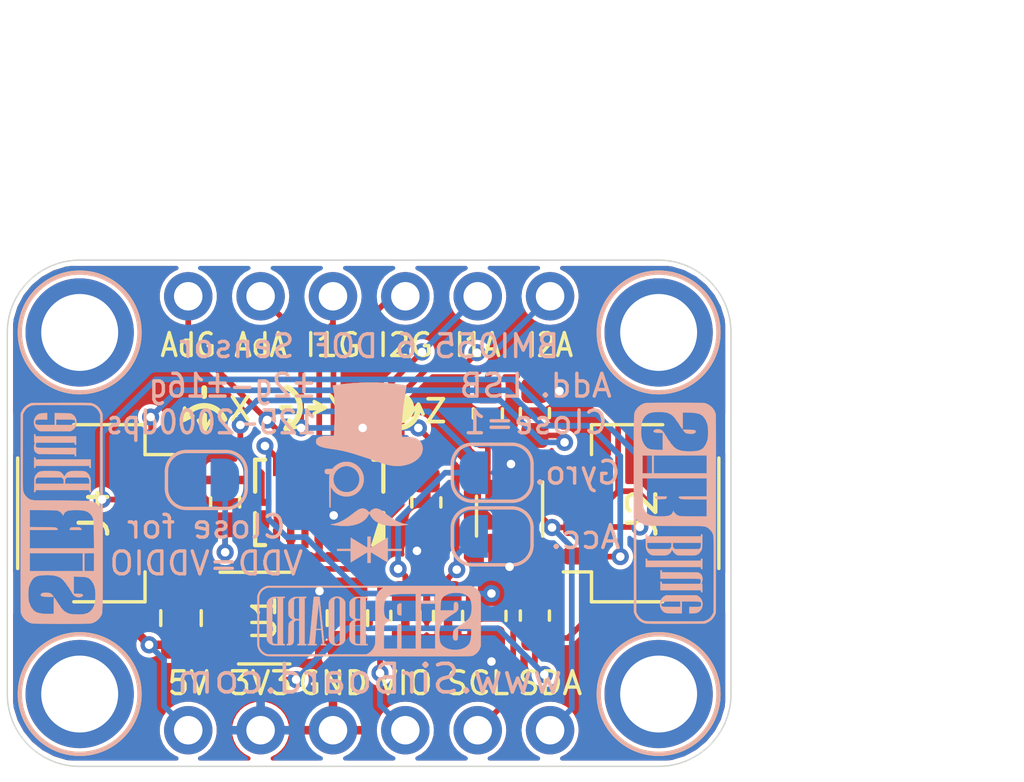
<source format=kicad_pcb>
(kicad_pcb (version 20171130) (host pcbnew "(5.1.2)-2")
  (title_block (title "BMI055 Breakout with 5V Level Shift - Optimised For I2C") (date 2020-03-08) (rev 1) (company SirBoard) (comment 1 "Gyroscope = ±125°/s, ±250°/s, ±500°/s, ±1000°/s, ±2000°/s") (comment 2 "Accelerometer = ±4g/ ±8g/ ±12g/ ±16g") (comment 3 "Digital 16 Bit Gyroscope And 12 Bit Accelerometer Optimised For I2C") (comment 4 "BMI055 - SirBlue"))
  (layers (0 F.Cu signal) (31 B.Cu signal) (34 B.Paste user hide) (35 F.Paste user hide) (36 B.SilkS user) (37 F.SilkS user) (38 B.Mask user hide) (39 F.Mask user hide) (44 Edge.Cuts user))
  (net 0 "")
  (net 1 GND)
  (net 2 5V)
  (net 3 3V3)
  (net 4 "Net-(U1-Pad4)")
  (net 5 SCL_5V)
  (net 6 SDA_3V3)
  (net 7 SDA_5V)
  (net 8 SCL_3V3)
  (net 9 VDDIO)
  (net 10 I2A)
  (net 11 I1A)
  (net 12 I2G)
  (net 13 I1G)
  (net 14 A_LSB_A)
  (net 15 A_LSB_G)
  (net 16 "Net-(U2-Pad2)")
  (net 17 CSBG)
  (net 18 CSBA)
  (module Connector_JST:JST_SH_SM04B-SRSS-TB_1x04-1MP_P1.00mm_Horizontal (layer F.Cu) (at 74.8665 35.9664 90)
    (fp_text reference J2 (at 0 0 90) (layer F.SilkS))
    (fp_text value Conn_01x04)
    (pad MP smd roundrect (at 2.8 1.875 90) (size 1.2 1.8) (layers F.Cu F.Paste F.Mask) (roundrect_rratio 0.208333))
    (pad MP smd roundrect (at -2.8 1.875 90) (size 1.2 1.8) (layers F.Cu F.Paste F.Mask) (roundrect_rratio 0.208333))
    (pad 4 smd roundrect (at 1.5 -2 90) (size 0.6 1.55) (layers F.Cu F.Paste F.Mask) (net 1 GND))
    (pad 3 smd roundrect (at 0.5 -2 90) (size 0.6 1.55) (layers F.Cu F.Paste F.Mask) (net 2 5V))
    (pad 2 smd roundrect (at -0.5 -2 90) (size 0.6 1.55) (layers F.Cu F.Paste F.Mask) (net 7 SDA_5V))
    (pad 1 smd roundrect (at -1.5 -2 90) (size 0.6 1.55) (layers F.Cu F.Paste F.Mask) (net 5 SCL_5V))
  )
  (module SirBoardLibrary:BMI055 (layer F.Cu) (at 63.5254 35.5854 270)
    (fp_text reference U2 hide)
    (fp_text value BMI055 hide)
    (pad 16 smd rect (at 0 -2.0125 270) (size 0.25 0.675) (layers F.Cu F.Paste F.Mask) (net 11 I1A))
    (pad 15 smd rect (at -1.2625 -1.5) (size 0.25 0.675) (layers F.Cu F.Paste F.Mask) (net 14 A_LSB_A))
    (pad 14 smd rect (at -1.2625 -1) (size 0.25 0.675) (layers F.Cu F.Paste F.Mask) (net 18 CSBA))
    (pad 13 smd rect (at -1.2625 -0.5) (size 0.25 0.675) (layers F.Cu F.Paste F.Mask) (net 12 I2G))
    (pad 12 smd rect (at -1.2625 0) (size 0.25 0.675) (layers F.Cu F.Paste F.Mask) (net 13 I1G))
    (pad 11 smd rect (at -1.2625 0.5) (size 0.25 0.675) (layers F.Cu F.Paste F.Mask) (net 9 VDDIO))
    (pad 10 smd rect (at -1.2625 1) (size 0.25 0.675) (layers F.Cu F.Paste F.Mask) (net 15 A_LSB_G))
    (pad 9 smd rect (at -1.2625 1.5) (size 0.25 0.675) (layers F.Cu F.Paste F.Mask) (net 6 SDA_3V3))
    (pad 8 smd rect (at 0 2.0125 270) (size 0.25 0.675) (layers F.Cu F.Paste F.Mask) (net 8 SCL_3V3))
    (pad 7 smd rect (at 1.2625 1.5) (size 0.25 0.675) (layers F.Cu F.Paste F.Mask) (net 9 VDDIO))
    (pad 6 smd rect (at 1.2625 1) (size 0.25 0.675) (layers F.Cu F.Paste F.Mask) (net 1 GND))
    (pad 5 smd rect (at 1.2625 0.5) (size 0.25 0.675) (layers F.Cu F.Paste F.Mask) (net 17 CSBG))
    (pad 4 smd rect (at 1.2625 0) (size 0.25 0.675) (layers F.Cu F.Paste F.Mask) (net 1 GND))
    (pad 3 smd rect (at 1.2625 -0.5) (size 0.25 0.675) (layers F.Cu F.Paste F.Mask) (net 3 3V3))
    (pad 2 smd rect (at 1.2625 -1) (size 0.25 0.675) (layers F.Cu F.Paste F.Mask) (net 16 "Net-(U2-Pad2)"))
    (pad 1 smd rect (at 1.2625 -1.5) (size 0.25 0.675) (layers F.Cu F.Paste F.Mask) (net 10 I2A))
  )
  (module Resistor_SMD:R_0603_1608Metric (layer F.Cu) (at 68.0466 39.5732 270)
    (fp_text reference R2 hide)
    (fp_text value 10K)
    (pad 2 smd roundrect (at 0.7875 0 270) (size 0.875 0.95) (layers F.Cu F.Paste F.Mask) (net 1 GND))
    (pad 1 smd roundrect (at -0.7875 0 270) (size 0.875 0.95) (layers F.Cu F.Paste F.Mask) (net 14 A_LSB_A))
  )
  (module Resistor_SMD:R_0603_1608Metric (layer F.Cu) (at 66.548 39.5732 270)
    (fp_text reference R1 hide)
    (fp_text value 10K)
    (pad 2 smd roundrect (at 0.7875 0 270) (size 0.875 0.95) (layers F.Cu F.Paste F.Mask) (net 1 GND))
    (pad 1 smd roundrect (at -0.7875 0 270) (size 0.875 0.95) (layers F.Cu F.Paste F.Mask) (net 15 A_LSB_G))
  )
  (module Jumper:SolderJumper-2_P1.3mm_Open_RoundedPad1.0x1.5mm (layer B.Cu) (at 69.596 34.544 180)
    (fp_text reference JP3 hide)
    (fp_text value SolderJumper_2_Open)
    (pad 2 smd custom (at 0.65 0 180) (size 1 0.5) (layers B.Cu B.Mask) (net 15 A_LSB_G) (options (clearance outline) (anchor rect)) (primitives (gr_circle (center 0 -0.25) (end 0.5 -0.25) (width 0)) (gr_circle (center 0 0.25) (end 0.5 0.25) (width 0)) (gr_poly (pts (xy 0 0.75) (xy -0.5 0.75) (xy -0.5 -0.75) (xy 0 -0.75)) (width 0))))
    (pad 1 smd custom (at -0.65 0 180) (size 1 0.5) (layers B.Cu B.Mask) (net 3 3V3) (options (clearance outline) (anchor rect)) (primitives (gr_circle (center 0 -0.25) (end 0.5 -0.25) (width 0)) (gr_circle (center 0 0.25) (end 0.5 0.25) (width 0)) (gr_poly (pts (xy 0 0.75) (xy 0.5 0.75) (xy 0.5 -0.75) (xy 0 -0.75)) (width 0))))
  )
  (module Jumper:SolderJumper-2_P1.3mm_Open_RoundedPad1.0x1.5mm (layer B.Cu) (at 69.596 36.7792 180)
    (fp_text reference JP2 hide)
    (fp_text value SolderJumper_2_Open)
    (pad 1 smd custom (at -0.65 0 180) (size 1 0.5) (layers B.Cu B.Mask) (net 3 3V3) (options (clearance outline) (anchor rect)) (primitives (gr_circle (center 0 -0.25) (end 0.5 -0.25) (width 0)) (gr_circle (center 0 0.25) (end 0.5 0.25) (width 0)) (gr_poly (pts (xy 0 0.75) (xy 0.5 0.75) (xy 0.5 -0.75) (xy 0 -0.75)) (width 0))))
    (pad 2 smd custom (at 0.65 0 180) (size 1 0.5) (layers B.Cu B.Mask) (net 14 A_LSB_A) (options (clearance outline) (anchor rect)) (primitives (gr_circle (center 0 -0.25) (end 0.5 -0.25) (width 0)) (gr_circle (center 0 0.25) (end 0.5 0.25) (width 0)) (gr_poly (pts (xy 0 0.75) (xy -0.5 0.75) (xy -0.5 -0.75) (xy 0 -0.75)) (width 0))))
  )
  (module Capacitor_SMD:C_0603_1608Metric (layer F.Cu) (at 60.2234 35.5854 90)
    (fp_text reference C5 hide)
    (fp_text value 100nF)
    (pad 2 smd roundrect (at 0.7875 0 90) (size 0.875 0.95) (layers F.Cu F.Paste F.Mask) (net 1 GND))
    (pad 1 smd roundrect (at -0.7875 0 90) (size 0.875 0.95) (layers F.Cu F.Paste F.Mask) (net 9 VDDIO))
  )
  (module Capacitor_SMD:C_0603_1608Metric (layer F.Cu) (at 67.2846 35.5854 90)
    (fp_text reference C3 hide)
    (fp_text value 1uF)
    (pad 2 smd roundrect (at 0.7875 0 90) (size 0.875 0.95) (layers F.Cu F.Paste F.Mask) (net 1 GND))
    (pad 1 smd roundrect (at -0.7875 0 90) (size 0.875 0.95) (layers F.Cu F.Paste F.Mask) (net 3 3V3))
  )
  (module Jumper:SolderJumper-2_P1.3mm_Open_RoundedPad1.0x1.5mm (layer B.Cu) (at 59.563 34.798)
    (fp_text reference JP1 hide)
    (fp_text value SolderJumper_2_Open)
    (pad 2 smd custom (at 0.65 0) (size 1 0.5) (layers B.Cu B.Mask) (net 9 VDDIO) (options (clearance outline) (anchor rect)) (primitives (gr_circle (center 0 -0.25) (end 0.5 -0.25) (width 0)) (gr_circle (center 0 0.25) (end 0.5 0.25) (width 0)) (gr_poly (pts (xy 0 0.75) (xy -0.5 0.75) (xy -0.5 -0.75) (xy 0 -0.75)) (width 0))))
    (pad 1 smd custom (at -0.65 0) (size 1 0.5) (layers B.Cu B.Mask) (net 3 3V3) (options (clearance outline) (anchor rect)) (primitives (gr_circle (center 0 -0.25) (end 0.5 -0.25) (width 0)) (gr_circle (center 0 0.25) (end 0.5 0.25) (width 0)) (gr_poly (pts (xy 0 0.75) (xy 0.5 0.75) (xy 0.5 -0.75) (xy 0 -0.75)) (width 0))))
  )
  (module logo:SirBoard79x25 (layer B.Cu) (at 65.278 39.751 180)
    (fp_text reference G*** hide)
    (fp_text value LOGO hide)
  )
  (module logo:logo63x89 (layer B.Cu) (at 65.278 34.544 180)
    (fp_text reference G*** hide)
    (fp_text value LOGO hide)
  )
  (module logo:SirBlue78x29 (layer B.Cu) (at 76.0095 35.9664 270)
    (fp_text reference G*** hide)
    (fp_text value LOGO hide)
  )
  (module logo:SirBlue78x29 (layer B.Cu) (at 54.483 35.9664 90)
    (fp_text reference G*** hide)
    (fp_text value LOGO hide)
  )
  (module Connector_PinHeader_2.54mm:PinHeader_1x06_P2.54mm_Vertical (layer B.Cu) (at 58.928 28.3464 270)
    (fp_text reference J3 hide)
    (fp_text value Conn_01x06)
    (pad 6 thru_hole oval (at 0 -12.7 270) (size 1.7 1.7) (drill 1) (layers *.Cu *.Mask) (net 10 I2A))
    (pad 5 thru_hole oval (at 0 -10.16 270) (size 1.7 1.7) (drill 1) (layers *.Cu *.Mask) (net 11 I1A))
    (pad 4 thru_hole oval (at 0 -7.62 270) (size 1.7 1.7) (drill 1) (layers *.Cu *.Mask) (net 12 I2G))
    (pad 3 thru_hole oval (at 0 -5.08 270) (size 1.7 1.7) (drill 1) (layers *.Cu *.Mask) (net 13 I1G))
    (pad 2 thru_hole oval (at 0 -2.54 270) (size 1.7 1.7) (drill 1) (layers *.Cu *.Mask) (net 14 A_LSB_A))
    (pad 1 thru_hole circle (at 0 0 270) (size 1.7 1.7) (drill 1) (layers *.Cu *.Mask) (net 15 A_LSB_G))
  )
  (module Connector_PinHeader_2.54mm:PinHeader_1x06_P2.54mm_Vertical (layer B.Cu) (at 58.928 43.5864 270)
    (fp_text reference J1 hide)
    (fp_text value Conn_01x06)
    (pad 6 thru_hole oval (at 0 -12.7 270) (size 1.7 1.7) (drill 1) (layers *.Cu *.Mask) (net 7 SDA_5V))
    (pad 5 thru_hole oval (at 0 -10.16 270) (size 1.7 1.7) (drill 1) (layers *.Cu *.Mask) (net 5 SCL_5V))
    (pad 4 thru_hole oval (at 0 -7.62 270) (size 1.7 1.7) (drill 1) (layers *.Cu *.Mask) (net 9 VDDIO))
    (pad 3 thru_hole oval (at 0 -5.08 270) (size 1.7 1.7) (drill 1) (layers *.Cu *.Mask) (net 1 GND))
    (pad 2 thru_hole oval (at 0 -2.54 270) (size 1.7 1.7) (drill 1) (layers *.Cu *.Mask) (net 3 3V3))
    (pad 1 thru_hole circle (at 0 0 270) (size 1.7 1.7) (drill 1) (layers *.Cu *.Mask) (net 2 5V))
  )
  (module Package_TO_SOT_SMD:SOT-23-5 (layer F.Cu) (at 61.595 39.6494)
    (fp_text reference U1 (at 0 0 90) (layer F.SilkS) (effects (font (size 0.8 0.8) (thickness 0.12))))
    (fp_text value AP2127K-3.3)
    (pad 5 smd rect (at 1.1 -0.95) (size 1.06 0.65) (layers F.Cu F.Paste F.Mask) (net 3 3V3))
    (pad 4 smd rect (at 1.1 0.95) (size 1.06 0.65) (layers F.Cu F.Paste F.Mask) (net 4 "Net-(U1-Pad4)"))
    (pad 3 smd rect (at -1.1 0.95) (size 1.06 0.65) (layers F.Cu F.Paste F.Mask) (net 2 5V))
    (pad 2 smd rect (at -1.1 0) (size 1.06 0.65) (layers F.Cu F.Paste F.Mask) (net 1 GND))
    (pad 1 smd rect (at -1.1 -0.95) (size 1.06 0.65) (layers F.Cu F.Paste F.Mask) (net 2 5V))
  )
  (module Connector_JST:JST_SH_SM04B-SRSS-TB_1x04-1MP_P1.00mm_Horizontal (layer F.Cu) (at 55.626 35.9664 270)
    (fp_text reference J4 (at 0 0 270) (layer F.SilkS))
    (fp_text value Conn_01x04)
    (pad MP smd roundrect (at 2.8 1.875 270) (size 1.2 1.8) (layers F.Cu F.Paste F.Mask) (roundrect_rratio 0.208333))
    (pad MP smd roundrect (at -2.8 1.875 270) (size 1.2 1.8) (layers F.Cu F.Paste F.Mask) (roundrect_rratio 0.208333))
    (pad 4 smd roundrect (at 1.5 -2 270) (size 0.6 1.55) (layers F.Cu F.Paste F.Mask) (net 1 GND))
    (pad 3 smd roundrect (at 0.5 -2 270) (size 0.6 1.55) (layers F.Cu F.Paste F.Mask) (net 2 5V))
    (pad 2 smd roundrect (at -0.5 -2 270) (size 0.6 1.55) (layers F.Cu F.Paste F.Mask) (net 7 SDA_5V))
    (pad 1 smd roundrect (at -1.5 -2 270) (size 0.6 1.55) (layers F.Cu F.Paste F.Mask) (net 5 SCL_5V))
  )
  (module Capacitor_SMD:C_0805_2012Metric (layer F.Cu) (at 64.516 39.6494 270)
    (fp_text reference C4 hide)
    (fp_text value 10uF)
    (pad 2 smd roundrect (at 0.9375 0 270) (size 0.975 1.4) (layers F.Cu F.Paste F.Mask) (net 1 GND))
    (pad 1 smd roundrect (at -0.9375 0 270) (size 0.975 1.4) (layers F.Cu F.Paste F.Mask) (net 3 3V3))
  )
  (module Capacitor_SMD:C_0805_2012Metric (layer F.Cu) (at 58.674 39.6494 90)
    (fp_text reference C1 hide)
    (fp_text value 10uF)
    (pad 2 smd roundrect (at 0.9375 0 90) (size 0.975 1.4) (layers F.Cu F.Paste F.Mask) (net 1 GND))
    (pad 1 smd roundrect (at -0.9375 0 90) (size 0.975 1.4) (layers F.Cu F.Paste F.Mask) (net 2 5V))
  )
  (module SirBoardLibrary:MountingHole_M2.5_SirBoard (layer F.Cu) (at 55.118 42.3164 270)
    (fp_text reference H1 hide)
    (fp_text value MountingHole)
    (pad 1 thru_hole circle (at 0 0 270) (size 3.8 3.8) (drill 2.7) (layers *.Cu *.Mask))
  )
  (module SirBoardLibrary:MountingHole_M2.5_SirBoard (layer F.Cu) (at 55.118 29.6164 270)
    (fp_text reference H2 hide)
    (fp_text value MountingHole)
    (pad 1 thru_hole circle (at 0 0 270) (size 3.8 3.8) (drill 2.7) (layers *.Cu *.Mask))
  )
  (module SirBoardLibrary:MountingHole_M2.5_SirBoard (layer F.Cu) (at 75.438 42.3164 90)
    (fp_text reference H3 hide)
    (fp_text value MountingHole)
    (pad 1 thru_hole circle (at 0 0 90) (size 3.8 3.8) (drill 2.7) (layers *.Cu *.Mask))
  )
  (module SirBoardLibrary:MountingHole_M2.5_SirBoard (layer F.Cu) (at 75.438 29.6164 90)
    (fp_text reference H4 hide)
    (fp_text value MountingHole)
    (pad 1 thru_hole circle (at 0 0 90) (size 3.8 3.8) (drill 2.7) (layers *.Cu *.Mask))
  )
  (module Resistor_SMD:R_0603_1608Metric (layer F.Cu) (at 69.4436 32.4612 270)
    (fp_text reference R8 hide)
    (fp_text value 10K)
    (pad 2 smd roundrect (at 0.7875 0 270) (size 0.875 0.95) (layers F.Cu F.Paste F.Mask) (net 7 SDA_5V))
    (pad 1 smd roundrect (at -0.7875 0 270) (size 0.875 0.95) (layers F.Cu F.Paste F.Mask) (net 2 5V))
  )
  (module Resistor_SMD:R_0603_1608Metric (layer F.Cu) (at 69.5706 39.5732 270)
    (fp_text reference R7 hide)
    (fp_text value 10K)
    (pad 2 smd roundrect (at 0.7875 0 270) (size 0.875 0.95) (layers F.Cu F.Paste F.Mask) (net 3 3V3))
    (pad 1 smd roundrect (at -0.7875 0 270) (size 0.875 0.95) (layers F.Cu F.Paste F.Mask) (net 6 SDA_3V3))
  )
  (module Resistor_SMD:R_0603_1608Metric (layer F.Cu) (at 71.0946 39.5605 90)
    (fp_text reference R6 hide)
    (fp_text value 10K)
    (pad 2 smd roundrect (at 0.7875 0 90) (size 0.875 0.95) (layers F.Cu F.Paste F.Mask) (net 5 SCL_5V))
    (pad 1 smd roundrect (at -0.7875 0 90) (size 0.875 0.95) (layers F.Cu F.Paste F.Mask) (net 2 5V))
  )
  (module Resistor_SMD:R_0603_1608Metric (layer F.Cu) (at 71.0946 32.4485 90)
    (fp_text reference R5 hide)
    (fp_text value 10K)
    (pad 2 smd roundrect (at 0.7875 0 90) (size 0.875 0.95) (layers F.Cu F.Paste F.Mask) (net 3 3V3))
    (pad 1 smd roundrect (at -0.7875 0 90) (size 0.875 0.95) (layers F.Cu F.Paste F.Mask) (net 8 SCL_3V3))
  )
  (module Package_TO_SOT_SMD:SOT-363_SC-70-6 (layer F.Cu) (at 70.2056 36.068 270)
    (fp_text reference Q2 hide)
    (fp_text value BSS138DW)
    (pad 6 smd rect (at 0.95 -0.65 270) (size 0.65 0.4) (layers F.Cu F.Paste F.Mask) (net 5 SCL_5V))
    (pad 4 smd rect (at 0.95 0.65 270) (size 0.65 0.4) (layers F.Cu F.Paste F.Mask) (net 6 SDA_3V3))
    (pad 2 smd rect (at -0.95 0 270) (size 0.65 0.4) (layers F.Cu F.Paste F.Mask) (net 3 3V3))
    (pad 5 smd rect (at 0.95 0 270) (size 0.65 0.4) (layers F.Cu F.Paste F.Mask) (net 3 3V3))
    (pad 3 smd rect (at -0.95 0.65 270) (size 0.65 0.4) (layers F.Cu F.Paste F.Mask) (net 7 SDA_5V))
    (pad 1 smd rect (at -0.95 -0.65 270) (size 0.65 0.4) (layers F.Cu F.Paste F.Mask) (net 8 SCL_3V3))
  )
  (gr_text Y (at 64.1985 32.2834) (layer F.SilkS) (effects (font (size 0.8 0.8) (thickness 0.13))))
  (gr_text Z (at 67.6148 32.3088 180) (layer F.SilkS) (effects (font (size 0.8 0.8) (thickness 0.13))))
  (gr_text X (at 60.7441 32.3088) (layer F.SilkS) (effects (font (size 0.8 0.8) (thickness 0.13))))
  (gr_line (start 67.0052 32.131) (end 66.7639 32.4358) (layer F.SilkS) (width 0.12))
  (gr_line (start 67.0179 32.1437) (end 67.1703 32.4866) (layer F.SilkS) (width 0.12))
  (gr_line (start 62.4713 32.6898) (end 62.3189 33.0073) (layer F.SilkS) (width 0.12))
  (gr_line (start 62.3316 33.02) (end 62.738 32.9438) (layer F.SilkS) (width 0.12))
  (gr_arc (start 62.0776 32.258) (end 62.3824 32.9692) (angle -132.8389205) (layer F.SilkS) (width 0.2))
  (gr_line (start 62.2173 32.258) (end 62.4967 32.258) (layer F.SilkS) (width 0.2))
  (gr_line (start 63.1698 32.258) (end 63.6524 32.258) (layer F.SilkS) (width 0.2))
  (gr_line (start 63.7413 32.258) (end 63.3476 32.0421) (layer F.SilkS) (width 0.12))
  (gr_line (start 63.7286 32.2707) (end 63.3476 32.4612) (layer F.SilkS) (width 0.12))
  (gr_line (start 59.4741 33.0835) (end 59.2836 32.7025) (layer F.SilkS) (width 0.12))
  (gr_line (start 59.4868 33.0962) (end 59.7027 32.7025) (layer F.SilkS) (width 0.12))
  (gr_circle (center 66.3067 32.2707) (end 66.4567 32.2707) (layer F.SilkS) (width 0.4))
  (gr_arc (start 66.3067 32.2707) (end 66.3321 31.5849) (angle -272.1210964) (layer F.SilkS) (width 0.2))
  (gr_line (start 59.4868 32.5247) (end 59.4868 33.0073) (layer F.SilkS) (width 0.2))
  (gr_line (start 59.4868 31.5722) (end 59.4868 31.8516) (layer F.SilkS) (width 0.2))
  (gr_arc (start 59.4868 32.9692) (end 60.198 32.6644) (angle -132.8389205) (layer F.SilkS) (width 0.2))
  (gr_line (start 58.801 32.2707) (end 58.6867 32.7025) (layer F.SilkS) (width 0.12))
  (gr_line (start 58.7121 32.7279) (end 59.0931 32.5501) (layer F.SilkS) (width 0.12))
  (gr_text Acc. (at 74.168 36.8046) (layer B.SilkS) (effects (font (size 0.8 0.8) (thickness 0.12)) (justify left mirror)))
  (gr_text Gyro. (at 74.168 34.544) (layer B.SilkS) (effects (font (size 0.8 0.8) (thickness 0.12)) (justify left mirror)))
  (gr_text "Add. LSB\nClose=1" (at 71.12 32.131) (layer B.SilkS) (effects (font (size 0.8 0.8) (thickness 0.12)) (justify mirror)))
  (gr_text "±2g-±16g\n125-2000dps" (at 63.5 32.131) (layer B.SilkS) (effects (font (size 0.8 0.7) (thickness 0.12)) (justify left mirror)))
  (gr_text SDA (at 71.628 41.9354) (layer F.SilkS) (effects (font (size 0.8 0.8) (thickness 0.12))))
  (gr_text "BMI055 6 DOF Sensor" (at 65.278 30.099) (layer B.SilkS) (effects (font (size 0.8 0.8) (thickness 0.12)) (justify mirror)))
  (gr_text "Close for\nVDD=VDDIO" (at 59.563 37.084) (layer B.SilkS) (effects (font (size 0.8 0.8) (thickness 0.12)) (justify mirror)))
  (gr_text I2A (at 71.628 30.0609) (layer F.SilkS) (effects (font (size 0.8 0.7) (thickness 0.12))))
  (gr_text I1A (at 69.088 30.0609) (layer F.SilkS) (effects (font (size 0.8 0.7) (thickness 0.12))))
  (gr_text AdG (at 58.928 30.0609) (layer F.SilkS) (effects (font (size 0.8 0.7) (thickness 0.12))))
  (gr_text AdA (at 61.468 30.0609) (layer F.SilkS) (effects (font (size 0.8 0.7) (thickness 0.12))))
  (gr_text I1G (at 64.008 30.0609) (layer F.SilkS) (effects (font (size 0.8 0.8) (thickness 0.12))))
  (gr_text I2G (at 66.548 30.0609) (layer F.SilkS) (effects (font (size 0.8 0.8) (thickness 0.12))))
  (gr_text 5V (at 58.928 41.9354) (layer F.SilkS) (effects (font (size 0.8 0.8) (thickness 0.12))))
  (gr_text 3V3 (at 61.468 41.9354) (layer F.SilkS) (effects (font (size 0.8 0.8) (thickness 0.12))))
  (gr_text GND (at 64.008 41.9354) (layer F.SilkS) (effects (font (size 0.8 0.8) (thickness 0.12))))
  (gr_text VIO (at 66.548 41.9354) (layer F.SilkS) (effects (font (size 0.8 0.8) (thickness 0.12))))
  (gr_text SCL (at 69.088 41.9354) (layer F.SilkS) (effects (font (size 0.8 0.8) (thickness 0.12))))
  (gr_arc (start 55.118 29.6164) (end 55.118 27.0764) (angle -90) (layer Edge.Cuts) (width 0.05))
  (gr_arc (start 75.438 29.6164) (end 77.978 29.6164) (angle -90) (layer Edge.Cuts) (width 0.05))
  (gr_arc (start 75.438 42.3164) (end 75.438 44.8564) (angle -90) (layer Edge.Cuts) (width 0.05))
  (gr_arc (start 55.118 42.3164) (end 52.578 42.3164) (angle -90) (layer Edge.Cuts) (width 0.05))
  (gr_line (start 52.578 42.3164) (end 52.578 29.6164) (layer Edge.Cuts) (width 0.05))
  (gr_line (start 55.118 27.0764) (end 75.438 27.0764) (layer Edge.Cuts) (width 0.05))
  (gr_line (start 77.978 29.6164) (end 77.978 42.3164) (layer Edge.Cuts) (width 0.05))
  (gr_line (start 75.438 44.8564) (end 55.118 44.8564) (layer Edge.Cuts) (width 0.05))
  (gr_text www.SirBoard.com (at 65.278 41.783) (layer B.SilkS) (effects (font (size 1 1) (thickness 0.13)) (justify mirror)))
  (segment (start 58.6865 40.5994) (end 58.674 40.5869) (width 0.3) (layer F.Cu) (net 2))
  (segment (start 60.495 40.5994) (end 58.6865 40.5994) (width 0.3) (layer F.Cu) (net 2))
  (segment (start 57.5541 40.5869) (end 58.674 40.5869) (width 0.3) (layer F.Cu) (net 2))
  (segment (start 55.7784 38.8112) (end 57.5541 40.5869) (width 0.3) (layer F.Cu) (net 2))
  (segment (start 55.7784 37.0586) (end 55.7784 38.8112) (width 0.3) (layer F.Cu) (net 2))
  (segment (start 57.626 36.4664) (end 56.3706 36.4664) (width 0.3) (layer F.Cu) (net 2))
  (segment (start 56.3706 36.4664) (end 55.7784 37.0586) (width 0.3) (layer F.Cu) (net 2))
  (segment (start 57.5541 40.5869) (end 57.5541 40.5869) (width 0.3) (layer F.Cu) (net 2))
  (via (at 57.5541 40.5869) (size 0.6) (drill 0.3) (layers F.Cu B.Cu) (net 2))
  (segment (start 57.854099 40.886899) (end 57.5541 40.5869) (width 0.2) (layer B.Cu) (net 2))
  (segment (start 58.078001 41.110801) (end 57.854099 40.886899) (width 0.2) (layer B.Cu) (net 2))
  (segment (start 58.078001 42.736401) (end 58.078001 41.110801) (width 0.2) (layer B.Cu) (net 2))
  (segment (start 58.928 43.5864) (end 58.078001 42.736401) (width 0.2) (layer B.Cu) (net 2))
  (segment (start 69.4436 31.1362) (end 69.7442 30.8356) (width 0.2) (layer F.Cu) (net 2))
  (segment (start 69.7442 30.8356) (end 72.0852 30.8356) (width 0.2) (layer F.Cu) (net 2))
  (segment (start 73.7415 35.4664) (end 72.8665 35.4664) (width 0.2) (layer F.Cu) (net 2))
  (segment (start 72.0852 30.8356) (end 74.0156 32.766) (width 0.2) (layer F.Cu) (net 2))
  (segment (start 69.4436 31.6737) (end 69.4436 31.1362) (width 0.2) (layer F.Cu) (net 2))
  (segment (start 74.0156 32.766) (end 74.0156 35.1923) (width 0.2) (layer F.Cu) (net 2))
  (segment (start 74.0156 35.1923) (end 73.7415 35.4664) (width 0.2) (layer F.Cu) (net 2))
  (segment (start 74.0156 35.1923) (end 74.6893 35.1923) (width 0.2) (layer F.Cu) (net 2))
  (segment (start 74.6893 35.1923) (end 75.4888 35.9918) (width 0.2) (layer F.Cu) (net 2))
  (segment (start 75.4888 35.9918) (end 75.4888 37.1094) (width 0.2) (layer F.Cu) (net 2))
  (segment (start 72.2502 40.348) (end 71.0946 40.348) (width 0.2) (layer F.Cu) (net 2))
  (segment (start 75.4888 37.1094) (end 72.2502 40.348) (width 0.2) (layer F.Cu) (net 2))
  (segment (start 61.2165 38.6994) (end 61.468 38.9509) (width 0.3) (layer F.Cu) (net 2))
  (segment (start 60.495 38.6994) (end 61.2165 38.6994) (width 0.3) (layer F.Cu) (net 2))
  (segment (start 61.468 38.9509) (end 61.468 39.751) (width 0.3) (layer F.Cu) (net 2))
  (segment (start 61.468 39.751) (end 61.468 40.3479) (width 0.3) (layer F.Cu) (net 2))
  (segment (start 61.468 40.3479) (end 61.2165 40.5994) (width 0.3) (layer F.Cu) (net 2))
  (segment (start 61.2165 40.5994) (end 60.495 40.5994) (width 0.3) (layer F.Cu) (net 2))
  (via (at 62.7126 41.8084) (size 0.6) (drill 0.3) (layers F.Cu B.Cu) (net 2))
  (segment (start 61.1632 41.8084) (end 62.7126 41.8084) (width 0.2) (layer F.Cu) (net 2))
  (segment (start 60.495 40.5994) (end 60.495 41.1402) (width 0.2) (layer F.Cu) (net 2))
  (segment (start 60.495 41.1402) (end 61.1632 41.8084) (width 0.2) (layer F.Cu) (net 2))
  (via (at 71.4248 41.6306) (size 0.6) (drill 0.3) (layers F.Cu B.Cu) (net 2))
  (segment (start 71.0946 40.348) (end 71.0946 41.3004) (width 0.2) (layer F.Cu) (net 2))
  (segment (start 71.0946 41.3004) (end 71.4248 41.6306) (width 0.2) (layer F.Cu) (net 2))
  (segment (start 71.4248 41.6306) (end 69.7992 40.005) (width 0.2) (layer B.Cu) (net 2))
  (segment (start 64.516 40.005) (end 62.7126 41.8084) (width 0.2) (layer B.Cu) (net 2))
  (segment (start 69.7992 40.005) (end 64.516 40.005) (width 0.2) (layer B.Cu) (net 2))
  (segment (start 64.5035 38.6994) (end 64.516 38.7119) (width 0.3) (layer F.Cu) (net 3))
  (segment (start 62.695 38.6994) (end 63.5356 38.6994) (width 0.3) (layer F.Cu) (net 3))
  (segment (start 63.561 38.6994) (end 64.5035 38.6994) (width 0.3) (layer F.Cu) (net 3))
  (segment (start 69.2128 40.3607) (end 69.5706 40.3607) (width 0.2) (layer F.Cu) (net 3))
  (via (at 70.2056 37.846) (size 0.6) (drill 0.3) (layers F.Cu B.Cu) (net 3))
  (segment (start 70.2056 37.018) (end 70.2056 37.846) (width 0.2) (layer F.Cu) (net 3))
  (segment (start 63.5356 38.6994) (end 63.561 38.6994) (width 0.3) (layer F.Cu) (net 3))
  (segment (start 63.5356 38.6994) (end 63.5356 38.6994) (width 0.3) (layer F.Cu) (net 3))
  (via (at 63.5356 38.6994) (size 0.6) (drill 0.3) (layers F.Cu B.Cu) (net 3))
  (via (at 64.0334 36.0426) (size 0.6) (drill 0.3) (layers F.Cu B.Cu) (net 3))
  (segment (start 64.0254 36.8479) (end 64.0254 36.0506) (width 0.2) (layer F.Cu) (net 3))
  (segment (start 64.0254 36.0506) (end 64.0334 36.0426) (width 0.2) (layer F.Cu) (net 3))
  (via (at 66.9544 37.2872) (size 0.6) (drill 0.3) (layers F.Cu B.Cu) (net 3))
  (segment (start 67.2084 36.3729) (end 67.2084 37.0332) (width 0.2) (layer F.Cu) (net 3))
  (segment (start 67.2084 37.0332) (end 66.9544 37.2872) (width 0.2) (layer F.Cu) (net 3))
  (via (at 71.9582 31.6738) (size 0.6) (drill 0.3) (layers F.Cu B.Cu) (net 3))
  (segment (start 71.0946 31.661) (end 71.9454 31.661) (width 0.2) (layer F.Cu) (net 3))
  (segment (start 71.9454 31.661) (end 71.9582 31.6738) (width 0.2) (layer F.Cu) (net 3))
  (via (at 69.5706 41.1734) (size 0.6) (drill 0.3) (layers F.Cu B.Cu) (net 3))
  (segment (start 69.5706 40.3607) (end 69.5706 41.1734) (width 0.2) (layer F.Cu) (net 3))
  (via (at 70.2564 34.2392) (size 0.6) (drill 0.3) (layers F.Cu B.Cu) (net 3))
  (segment (start 70.2056 35.118) (end 70.2056 34.29) (width 0.2) (layer F.Cu) (net 3))
  (segment (start 70.2056 34.29) (end 70.2564 34.2392) (width 0.2) (layer F.Cu) (net 3))
  (segment (start 69.9412 34.2392) (end 69.6364 34.544) (width 0.2) (layer B.Cu) (net 3))
  (segment (start 70.2564 34.2392) (end 69.9412 34.2392) (width 0.2) (layer B.Cu) (net 3))
  (segment (start 71.0946 38.0365) (end 71.0946 38.773) (width 0.2) (layer F.Cu) (net 5))
  (segment (start 71.0946 38.0365) (end 71.094594 38.036506) (width 0.2) (layer F.Cu) (net 5))
  (segment (start 71.304 37.4664) (end 72.8665 37.4664) (width 0.2) (layer F.Cu) (net 5))
  (segment (start 70.8556 37.018) (end 71.304 37.4664) (width 0.2) (layer F.Cu) (net 5))
  (segment (start 71.2978 37.8333) (end 71.0946 38.0365) (width 0.2) (layer F.Cu) (net 5))
  (segment (start 70.8556 37.018) (end 71.2978 37.4602) (width 0.2) (layer F.Cu) (net 5))
  (segment (start 71.2978 37.4602) (end 71.2978 37.8333) (width 0.2) (layer F.Cu) (net 5))
  (via (at 57.6072 32.5882) (size 0.6) (drill 0.3) (layers F.Cu B.Cu) (net 5))
  (segment (start 57.626 34.4664) (end 57.626 32.607) (width 0.2) (layer F.Cu) (net 5))
  (segment (start 57.626 32.607) (end 57.6072 32.5882) (width 0.2) (layer F.Cu) (net 5))
  (via (at 74.0918 37.4904) (size 0.6) (drill 0.3) (layers F.Cu B.Cu) (net 5))
  (segment (start 72.8905 37.4904) (end 72.8665 37.4664) (width 0.2) (layer F.Cu) (net 5))
  (segment (start 74.0918 37.4904) (end 72.8905 37.4904) (width 0.2) (layer F.Cu) (net 5))
  (segment (start 71.0946 38.773) (end 70.3326 39.535) (width 0.2) (layer F.Cu) (net 5))
  (segment (start 70.3326 42.3418) (end 69.088 43.5864) (width 0.2) (layer F.Cu) (net 5))
  (segment (start 70.3326 39.535) (end 70.3326 42.3418) (width 0.2) (layer F.Cu) (net 5))
  (segment (start 74.0918 33.9598) (end 74.0918 37.4904) (width 0.2) (layer B.Cu) (net 5))
  (segment (start 73.025 32.893) (end 74.0918 33.9598) (width 0.2) (layer B.Cu) (net 5))
  (segment (start 71.374 32.893) (end 73.025 32.893) (width 0.2) (layer B.Cu) (net 5))
  (segment (start 70.1294 31.6484) (end 71.374 32.893) (width 0.2) (layer B.Cu) (net 5))
  (segment (start 57.6072 32.5882) (end 58.547 31.6484) (width 0.2) (layer B.Cu) (net 5))
  (segment (start 58.547 31.6484) (end 70.1294 31.6484) (width 0.2) (layer B.Cu) (net 5))
  (segment (start 69.5556 38.7707) (end 69.5706 38.7857) (width 0.2) (layer F.Cu) (net 6))
  (segment (start 69.5556 37.018) (end 69.5556 38.7707) (width 0.2) (layer F.Cu) (net 6))
  (segment (start 69.5556 37.018) (end 69.5556 36.7896) (width 0.2) (layer F.Cu) (net 6))
  (via (at 61.6204 33.6042) (size 0.6) (drill 0.3) (layers F.Cu B.Cu) (net 6))
  (segment (start 62.0254 34.3229) (end 62.0254 34.0092) (width 0.2) (layer F.Cu) (net 6))
  (segment (start 62.0254 34.0092) (end 61.6204 33.6042) (width 0.2) (layer F.Cu) (net 6))
  (via (at 69.5706 38.7857) (size 0.6) (drill 0.3) (layers F.Cu B.Cu) (net 6))
  (segment (start 65.0239 38.7857) (end 69.5706 38.7857) (width 0.2) (layer B.Cu) (net 6))
  (segment (start 63.0428 36.8046) (end 65.0239 38.7857) (width 0.2) (layer B.Cu) (net 6))
  (segment (start 62.3824 36.8046) (end 63.0428 36.8046) (width 0.2) (layer B.Cu) (net 6))
  (segment (start 61.7474 36.1696) (end 62.3824 36.8046) (width 0.2) (layer B.Cu) (net 6))
  (segment (start 61.6204 33.6042) (end 61.7474 33.7312) (width 0.2) (layer B.Cu) (net 6))
  (segment (start 61.7474 33.7312) (end 61.7474 36.1696) (width 0.2) (layer B.Cu) (net 6))
  (segment (start 69.4436 34.163) (end 69.4436 34.163) (width 0.2) (layer F.Cu) (net 7))
  (segment (start 71.6962 36.4664) (end 71.6962 36.4664) (width 0.2) (layer F.Cu) (net 7))
  (segment (start 71.2978 36.068) (end 71.6962 36.4664) (width 0.2) (layer F.Cu) (net 7))
  (segment (start 69.9806 36.068) (end 71.2978 36.068) (width 0.2) (layer F.Cu) (net 7))
  (segment (start 69.5556 35.118) (end 69.5556 35.643) (width 0.2) (layer F.Cu) (net 7))
  (segment (start 69.5556 35.643) (end 69.9806 36.068) (width 0.2) (layer F.Cu) (net 7))
  (segment (start 71.6962 36.4664) (end 72.8665 36.4664) (width 0.2) (layer F.Cu) (net 7))
  (via (at 71.6962 36.4664) (size 0.6) (drill 0.3) (layers F.Cu B.Cu) (net 7))
  (segment (start 69.4436 35.006) (end 69.5556 35.118) (width 0.2) (layer F.Cu) (net 7))
  (segment (start 69.4436 33.2487) (end 69.4436 35.006) (width 0.2) (layer F.Cu) (net 7))
  (via (at 55.9054 35.4838) (size 0.6) (drill 0.3) (layers F.Cu B.Cu) (net 7))
  (segment (start 55.9054 35.4838) (end 57.6086 35.4838) (width 0.2) (layer F.Cu) (net 7))
  (segment (start 57.6086 35.4838) (end 57.626 35.4664) (width 0.2) (layer F.Cu) (net 7))
  (via (at 74.7776 36.449) (size 0.6) (drill 0.3) (layers F.Cu B.Cu) (net 7))
  (segment (start 72.8839 36.449) (end 72.8665 36.4664) (width 0.2) (layer F.Cu) (net 7))
  (segment (start 74.7776 36.449) (end 72.8839 36.449) (width 0.2) (layer F.Cu) (net 7))
  (segment (start 72.39 42.8244) (end 71.628 43.5864) (width 0.2) (layer B.Cu) (net 7))
  (segment (start 71.6962 36.4664) (end 72.39 37.1602) (width 0.2) (layer B.Cu) (net 7))
  (segment (start 72.39 37.1602) (end 72.39 42.8244) (width 0.2) (layer B.Cu) (net 7))
  (segment (start 55.9054 33.147) (end 55.9054 35.4838) (width 0.2) (layer B.Cu) (net 7))
  (segment (start 74.7776 34.0106) (end 73.2536 32.4866) (width 0.2) (layer B.Cu) (net 7))
  (segment (start 74.7776 36.449) (end 74.7776 34.0106) (width 0.2) (layer B.Cu) (net 7))
  (segment (start 73.2536 32.4866) (end 71.5772 32.4866) (width 0.2) (layer B.Cu) (net 7))
  (segment (start 71.5772 32.4866) (end 70.358 31.2674) (width 0.2) (layer B.Cu) (net 7))
  (segment (start 70.358 31.2674) (end 57.785 31.2674) (width 0.2) (layer B.Cu) (net 7))
  (segment (start 57.785 31.2674) (end 55.9054 33.147) (width 0.2) (layer B.Cu) (net 7))
  (segment (start 71.0946 34.879) (end 70.8556 35.118) (width 0.2) (layer F.Cu) (net 8))
  (segment (start 71.0946 33.236) (end 71.0946 34.879) (width 0.2) (layer F.Cu) (net 8))
  (segment (start 71.0946 33.236) (end 71.8948 33.236) (width 0.2) (layer F.Cu) (net 8))
  (via (at 72.136 33.4772) (size 0.6) (drill 0.3) (layers F.Cu B.Cu) (net 8))
  (segment (start 71.8948 33.236) (end 72.136 33.4772) (width 0.2) (layer F.Cu) (net 8))
  (segment (start 72.1106 33.5026) (end 72.136 33.4772) (width 0.2) (layer B.Cu) (net 8))
  (segment (start 61.5129 35.5854) (end 61.5129 34.5635) (width 0.2) (layer F.Cu) (net 8))
  (via (at 60.7568 32.8676) (size 0.6) (drill 0.3) (layers F.Cu B.Cu) (net 8))
  (segment (start 61.5129 34.5635) (end 60.7568 33.8074) (width 0.2) (layer F.Cu) (net 8))
  (segment (start 60.7568 33.8074) (end 60.7568 32.8676) (width 0.2) (layer F.Cu) (net 8))
  (segment (start 71.3486 33.4772) (end 72.136 33.4772) (width 0.2) (layer B.Cu) (net 8))
  (segment (start 69.8754 32.004) (end 71.3486 33.4772) (width 0.2) (layer B.Cu) (net 8))
  (segment (start 61.341 32.004) (end 69.8754 32.004) (width 0.2) (layer B.Cu) (net 8))
  (segment (start 60.7568 32.8676) (end 60.7568 32.5882) (width 0.2) (layer B.Cu) (net 8))
  (segment (start 60.7568 32.5882) (end 61.341 32.004) (width 0.2) (layer B.Cu) (net 8))
  (via (at 65.659 41.5798) (size 0.6) (drill 0.3) (layers F.Cu B.Cu) (net 9))
  (segment (start 65.659 42.6974) (end 66.548 43.5864) (width 0.2) (layer B.Cu) (net 9))
  (segment (start 65.659 41.5798) (end 65.659 42.6974) (width 0.2) (layer B.Cu) (net 9))
  (segment (start 65.659 38.2016) (end 65.659 41.5798) (width 0.2) (layer F.Cu) (net 9))
  (segment (start 65.3796 37.9222) (end 65.659 38.2016) (width 0.2) (layer F.Cu) (net 9))
  (segment (start 62.3707 37.9222) (end 65.3796 37.9222) (width 0.2) (layer F.Cu) (net 9))
  (segment (start 62.0254 36.8479) (end 62.0254 37.5769) (width 0.2) (layer F.Cu) (net 9))
  (segment (start 62.0254 37.5769) (end 62.3707 37.9222) (width 0.2) (layer F.Cu) (net 9))
  (segment (start 60.6984 36.8479) (end 60.2234 36.3729) (width 0.2) (layer F.Cu) (net 9))
  (segment (start 62.0254 36.8479) (end 60.6984 36.8479) (width 0.2) (layer F.Cu) (net 9))
  (via (at 60.2234 37.338) (size 0.6) (drill 0.3) (layers F.Cu B.Cu) (net 9))
  (segment (start 60.2234 37.338) (end 60.2234 36.3729) (width 0.2) (layer F.Cu) (net 9))
  (segment (start 63.0254 35.0948) (end 63.0254 34.3229) (width 0.2) (layer F.Cu) (net 9))
  (segment (start 62.0254 36.8479) (end 62.0254 36.0948) (width 0.2) (layer F.Cu) (net 9))
  (segment (start 62.0254 36.0948) (end 63.0254 35.0948) (width 0.2) (layer F.Cu) (net 9))
  (segment (start 60.2234 34.8488) (end 60.2234 37.338) (width 0.2) (layer B.Cu) (net 9))
  (segment (start 60.198 34.8234) (end 60.2234 34.8488) (width 0.2) (layer B.Cu) (net 9))
  (segment (start 71.0438 28.3464) (end 71.628 28.3464) (width 0.2) (layer F.Cu) (net 10))
  (via (at 69.0626 30.3276) (size 0.6) (drill 0.3) (layers F.Cu B.Cu) (net 10))
  (segment (start 69.6468 30.3276) (end 71.628 28.3464) (width 0.2) (layer B.Cu) (net 10))
  (segment (start 69.0626 30.3276) (end 69.6468 30.3276) (width 0.2) (layer B.Cu) (net 10))
  (segment (start 68.5546 30.8356) (end 69.0626 30.3276) (width 0.2) (layer F.Cu) (net 10))
  (segment (start 67.3608 30.8356) (end 68.5546 30.8356) (width 0.2) (layer F.Cu) (net 10))
  (segment (start 66.421 31.7754) (end 67.3608 30.8356) (width 0.2) (layer F.Cu) (net 10))
  (segment (start 66.421 35.6616) (end 66.421 31.7754) (width 0.2) (layer F.Cu) (net 10))
  (segment (start 65.0254 36.8479) (end 65.2347 36.8479) (width 0.2) (layer F.Cu) (net 10))
  (segment (start 65.2347 36.8479) (end 66.421 35.6616) (width 0.2) (layer F.Cu) (net 10))
  (segment (start 66.04 31.3944) (end 67.1322 30.3022) (width 0.2) (layer F.Cu) (net 11))
  (segment (start 66.04 35.3822) (end 66.04 31.3944) (width 0.2) (layer F.Cu) (net 11))
  (segment (start 65.5379 35.5854) (end 65.8368 35.5854) (width 0.2) (layer F.Cu) (net 11))
  (segment (start 65.8368 35.5854) (end 66.04 35.3822) (width 0.2) (layer F.Cu) (net 11))
  (via (at 67.1322 30.3022) (size 0.6) (drill 0.3) (layers F.Cu B.Cu) (net 11))
  (segment (start 67.1322 30.3022) (end 69.088 28.3464) (width 0.2) (layer B.Cu) (net 11))
  (segment (start 64.0254 30.3864) (end 64.0254 34.3229) (width 0.2) (layer F.Cu) (net 12))
  (segment (start 66.548 28.3464) (end 66.0654 28.3464) (width 0.2) (layer F.Cu) (net 12))
  (segment (start 66.0654 28.3464) (end 64.0254 30.3864) (width 0.2) (layer F.Cu) (net 12))
  (segment (start 63.5254 33.7854) (end 63.5254 34.3229) (width 0.2) (layer F.Cu) (net 13))
  (segment (start 63.5254 29.7942) (end 63.5254 33.7854) (width 0.2) (layer F.Cu) (net 13))
  (segment (start 64.008 28.3464) (end 64.008 29.3116) (width 0.2) (layer F.Cu) (net 13))
  (segment (start 64.008 29.3116) (end 63.5254 29.7942) (width 0.2) (layer F.Cu) (net 13))
  (via (at 68.3514 37.9476) (size 0.6) (drill 0.3) (layers F.Cu B.Cu) (net 14))
  (segment (start 68.0466 38.7857) (end 68.0466 38.2524) (width 0.2) (layer F.Cu) (net 14))
  (segment (start 68.0466 38.2524) (end 68.3514 37.9476) (width 0.2) (layer F.Cu) (net 14))
  (via (at 65.0494 32.9692) (size 0.6) (drill 0.3) (layers F.Cu B.Cu) (net 14))
  (segment (start 65.0254 32.9932) (end 65.0494 32.9692) (width 0.2) (layer F.Cu) (net 14))
  (segment (start 65.0254 34.3229) (end 65.0254 32.9932) (width 0.2) (layer F.Cu) (net 14))
  (via (at 62.890396 32.9692) (size 0.6) (drill 0.3) (layers F.Cu B.Cu) (net 14))
  (segment (start 65.0494 32.9692) (end 62.890396 32.9692) (width 0.2) (layer B.Cu) (net 14))
  (segment (start 61.468 28.3464) (end 62.890396 29.768796) (width 0.2) (layer F.Cu) (net 14))
  (segment (start 62.890396 29.768796) (end 62.890396 32.544936) (width 0.2) (layer F.Cu) (net 14))
  (segment (start 62.890396 32.544936) (end 62.890396 32.9692) (width 0.2) (layer F.Cu) (net 14))
  (via (at 67.0052 32.9692) (size 0.6) (drill 0.3) (layers F.Cu B.Cu) (net 14))
  (segment (start 68.3514 37.9476) (end 68.3514 34.3154) (width 0.2) (layer F.Cu) (net 14))
  (segment (start 68.3514 34.3154) (end 67.0052 32.9692) (width 0.2) (layer F.Cu) (net 14))
  (segment (start 67.0052 32.9692) (end 65.0494 32.9692) (width 0.2) (layer B.Cu) (net 14))
  (segment (start 68.3514 37.9476) (end 68.3514 37.4396) (width 0.2) (layer B.Cu) (net 14))
  (segment (start 68.3514 37.4396) (end 68.961 36.83) (width 0.2) (layer B.Cu) (net 14))
  (via (at 66.294 37.9222) (size 0.6) (drill 0.3) (layers F.Cu B.Cu) (net 15))
  (segment (start 66.548 38.7857) (end 66.548 38.1762) (width 0.2) (layer F.Cu) (net 15))
  (segment (start 66.548 38.1762) (end 66.294 37.9222) (width 0.2) (layer F.Cu) (net 15))
  (segment (start 58.928 29.9212) (end 58.928 28.3464) (width 0.2) (layer F.Cu) (net 15))
  (segment (start 62.5254 34.3229) (end 62.5254 33.5186) (width 0.2) (layer F.Cu) (net 15))
  (segment (start 62.5254 33.5186) (end 61.7982 32.7914) (width 0.2) (layer F.Cu) (net 15))
  (segment (start 61.7982 32.7914) (end 61.6966 32.6898) (width 0.2) (layer F.Cu) (net 15))
  (segment (start 61.6966 32.6898) (end 58.928 29.9212) (width 0.2) (layer F.Cu) (net 15))
  (via (at 61.6966 32.6898) (size 0.6) (drill 0.3) (layers F.Cu B.Cu) (net 15))
  (segment (start 66.294 36.195) (end 66.294 37.9222) (width 0.2) (layer B.Cu) (net 15))
  (segment (start 61.996599 32.389801) (end 67.365601 32.389801) (width 0.2) (layer B.Cu) (net 15))
  (segment (start 61.6966 32.6898) (end 61.996599 32.389801) (width 0.2) (layer B.Cu) (net 15))
  (segment (start 68.961 33.9852) (end 68.961 34.544) (width 0.2) (layer B.Cu) (net 15))
  (segment (start 68.961 34.544) (end 67.945 34.544) (width 0.2) (layer B.Cu) (net 15))
  (segment (start 67.365601 32.389801) (end 68.961 33.9852) (width 0.2) (layer B.Cu) (net 15))
  (segment (start 67.945 34.544) (end 66.294 36.195) (width 0.2) (layer B.Cu) (net 15))
  (zone (net 3) (net_name 3V3) (layer B.Cu) (connect_pads (clearance 0.15)) (min_thickness 0.15) (fill yes (arc_segments 32) (thermal_gap 0.2) (thermal_bridge_width 0.3))
    (polygon (pts (xy 52.7812 27.2796) (xy 77.7748 27.2796) (xy 77.7748 44.6532) (xy 52.7812 44.6532)))
  )
  (zone (net 1) (net_name GND) (layer F.Cu) (connect_pads (clearance 0.15)) (min_thickness 0.15) (fill yes (arc_segments 32) (thermal_gap 0.2) (thermal_bridge_width 0.3))
    (polygon (pts (xy 52.7812 27.2796) (xy 77.7748 27.2796) (xy 77.7748 44.6532) (xy 52.7812 44.6532)))
  )
)
</source>
